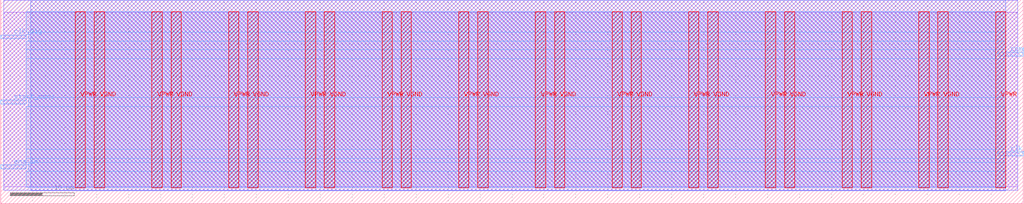
<source format=lef>
VERSION 5.7 ;
  NOWIREEXTENSIONATPIN ON ;
  DIVIDERCHAR "/" ;
  BUSBITCHARS "[]" ;
MACRO adc_clkgen_with_edgedetect
  CLASS BLOCK ;
  FOREIGN adc_clkgen_with_edgedetect ;
  ORIGIN 0.000 0.000 ;
  SIZE 160.000 BY 32.000 ;
  PIN VGND
    DIRECTION INOUT ;
    USE GROUND ;
    PORT
      LAYER met4 ;
        RECT 14.660 2.480 16.260 30.160 ;
    END
    PORT
      LAYER met4 ;
        RECT 26.660 2.480 28.260 30.160 ;
    END
    PORT
      LAYER met4 ;
        RECT 38.660 2.480 40.260 30.160 ;
    END
    PORT
      LAYER met4 ;
        RECT 50.660 2.480 52.260 30.160 ;
    END
    PORT
      LAYER met4 ;
        RECT 62.660 2.480 64.260 30.160 ;
    END
    PORT
      LAYER met4 ;
        RECT 74.660 2.480 76.260 30.160 ;
    END
    PORT
      LAYER met4 ;
        RECT 86.660 2.480 88.260 30.160 ;
    END
    PORT
      LAYER met4 ;
        RECT 98.660 2.480 100.260 30.160 ;
    END
    PORT
      LAYER met4 ;
        RECT 110.660 2.480 112.260 30.160 ;
    END
    PORT
      LAYER met4 ;
        RECT 122.660 2.480 124.260 30.160 ;
    END
    PORT
      LAYER met4 ;
        RECT 134.660 2.480 136.260 30.160 ;
    END
    PORT
      LAYER met4 ;
        RECT 146.660 2.480 148.260 30.160 ;
    END
  END VGND
  PIN VPWR
    DIRECTION INOUT ;
    USE POWER ;
    PORT
      LAYER met4 ;
        RECT 11.660 2.480 13.260 30.160 ;
    END
    PORT
      LAYER met4 ;
        RECT 23.660 2.480 25.260 30.160 ;
    END
    PORT
      LAYER met4 ;
        RECT 35.660 2.480 37.260 30.160 ;
    END
    PORT
      LAYER met4 ;
        RECT 47.660 2.480 49.260 30.160 ;
    END
    PORT
      LAYER met4 ;
        RECT 59.660 2.480 61.260 30.160 ;
    END
    PORT
      LAYER met4 ;
        RECT 71.660 2.480 73.260 30.160 ;
    END
    PORT
      LAYER met4 ;
        RECT 83.660 2.480 85.260 30.160 ;
    END
    PORT
      LAYER met4 ;
        RECT 95.660 2.480 97.260 30.160 ;
    END
    PORT
      LAYER met4 ;
        RECT 107.660 2.480 109.260 30.160 ;
    END
    PORT
      LAYER met4 ;
        RECT 119.660 2.480 121.260 30.160 ;
    END
    PORT
      LAYER met4 ;
        RECT 131.660 2.480 133.260 30.160 ;
    END
    PORT
      LAYER met4 ;
        RECT 143.660 2.480 145.260 30.160 ;
    END
    PORT
      LAYER met4 ;
        RECT 155.660 2.480 157.260 30.160 ;
    END
  END VPWR
  PIN clk_comp
    DIRECTION OUTPUT TRISTATE ;
    USE SIGNAL ;
    PORT
      LAYER met3 ;
        RECT 156.000 7.520 160.000 8.120 ;
    END
  END clk_comp
  PIN clk_dig
    DIRECTION OUTPUT TRISTATE ;
    USE SIGNAL ;
    PORT
      LAYER met3 ;
        RECT 0.000 25.880 4.000 26.480 ;
    END
  END clk_dig
  PIN comp_trig
    DIRECTION INPUT ;
    USE SIGNAL ;
    PORT
      LAYER met3 ;
        RECT 156.000 23.160 160.000 23.760 ;
    END
  END comp_trig
  PIN ena_in
    DIRECTION INPUT ;
    USE SIGNAL ;
    PORT
      LAYER met3 ;
        RECT 0.000 5.480 4.000 6.080 ;
    END
  END ena_in
  PIN start_conv
    DIRECTION INPUT ;
    USE SIGNAL ;
    PORT
      LAYER met3 ;
        RECT 0.000 15.680 4.000 16.280 ;
    END
  END start_conv
  OBS
      LAYER li1 ;
        RECT 0.460 2.635 159.160 30.005 ;
      LAYER met1 ;
        RECT 0.460 2.080 159.160 31.920 ;
      LAYER met2 ;
        RECT 4.690 2.050 157.230 31.950 ;
      LAYER met3 ;
        RECT 4.000 26.880 157.250 30.085 ;
        RECT 4.400 25.480 157.250 26.880 ;
        RECT 4.000 24.160 157.250 25.480 ;
        RECT 4.000 22.760 155.600 24.160 ;
        RECT 4.000 16.680 157.250 22.760 ;
        RECT 4.400 15.280 157.250 16.680 ;
        RECT 4.000 8.520 157.250 15.280 ;
        RECT 4.000 7.120 155.600 8.520 ;
        RECT 4.000 6.480 157.250 7.120 ;
        RECT 4.400 5.080 157.250 6.480 ;
        RECT 4.000 2.555 157.250 5.080 ;
  END
END adc_clkgen_with_edgedetect
END LIBRARY


</source>
